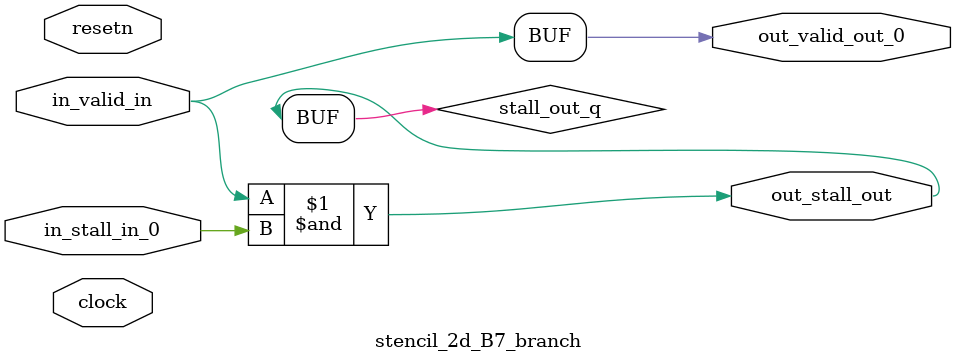
<source format=sv>



(* altera_attribute = "-name AUTO_SHIFT_REGISTER_RECOGNITION OFF; -name MESSAGE_DISABLE 10036; -name MESSAGE_DISABLE 10037; -name MESSAGE_DISABLE 14130; -name MESSAGE_DISABLE 14320; -name MESSAGE_DISABLE 15400; -name MESSAGE_DISABLE 14130; -name MESSAGE_DISABLE 10036; -name MESSAGE_DISABLE 12020; -name MESSAGE_DISABLE 12030; -name MESSAGE_DISABLE 12010; -name MESSAGE_DISABLE 12110; -name MESSAGE_DISABLE 14320; -name MESSAGE_DISABLE 13410; -name MESSAGE_DISABLE 113007; -name MESSAGE_DISABLE 10958" *)
module stencil_2d_B7_branch (
    input wire [0:0] in_stall_in_0,
    input wire [0:0] in_valid_in,
    output wire [0:0] out_stall_out,
    output wire [0:0] out_valid_out_0,
    input wire clock,
    input wire resetn
    );

    wire [0:0] stall_out_q;


    // stall_out(LOGICAL,6)
    assign stall_out_q = in_valid_in & in_stall_in_0;

    // out_stall_out(GPOUT,4)
    assign out_stall_out = stall_out_q;

    // out_valid_out_0(GPOUT,5)
    assign out_valid_out_0 = in_valid_in;

endmodule

</source>
